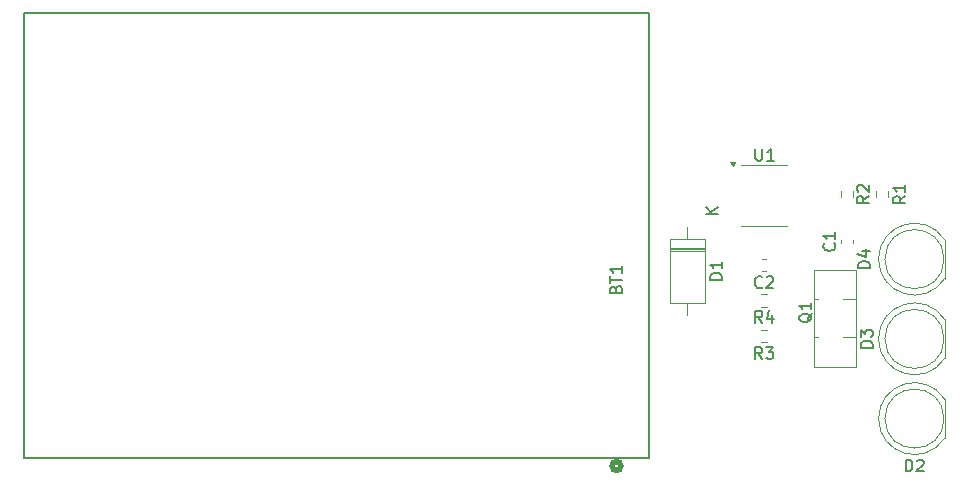
<source format=gto>
%TF.GenerationSoftware,KiCad,Pcbnew,8.0.2*%
%TF.CreationDate,2024-06-08T15:24:55-07:00*%
%TF.ProjectId,heart,68656172-742e-46b6-9963-61645f706362,rev?*%
%TF.SameCoordinates,Original*%
%TF.FileFunction,Legend,Top*%
%TF.FilePolarity,Positive*%
%FSLAX46Y46*%
G04 Gerber Fmt 4.6, Leading zero omitted, Abs format (unit mm)*
G04 Created by KiCad (PCBNEW 8.0.2) date 2024-06-08 15:24:55*
%MOMM*%
%LPD*%
G01*
G04 APERTURE LIST*
%ADD10C,0.150000*%
%ADD11C,0.120000*%
%ADD12C,0.508000*%
%ADD13C,0.152400*%
G04 APERTURE END LIST*
D10*
X163954819Y-118738094D02*
X162954819Y-118738094D01*
X162954819Y-118738094D02*
X162954819Y-118499999D01*
X162954819Y-118499999D02*
X163002438Y-118357142D01*
X163002438Y-118357142D02*
X163097676Y-118261904D01*
X163097676Y-118261904D02*
X163192914Y-118214285D01*
X163192914Y-118214285D02*
X163383390Y-118166666D01*
X163383390Y-118166666D02*
X163526247Y-118166666D01*
X163526247Y-118166666D02*
X163716723Y-118214285D01*
X163716723Y-118214285D02*
X163811961Y-118261904D01*
X163811961Y-118261904D02*
X163907200Y-118357142D01*
X163907200Y-118357142D02*
X163954819Y-118499999D01*
X163954819Y-118499999D02*
X163954819Y-118738094D01*
X163288152Y-117309523D02*
X163954819Y-117309523D01*
X162907200Y-117547618D02*
X163621485Y-117785713D01*
X163621485Y-117785713D02*
X163621485Y-117166666D01*
X164179819Y-125488094D02*
X163179819Y-125488094D01*
X163179819Y-125488094D02*
X163179819Y-125249999D01*
X163179819Y-125249999D02*
X163227438Y-125107142D01*
X163227438Y-125107142D02*
X163322676Y-125011904D01*
X163322676Y-125011904D02*
X163417914Y-124964285D01*
X163417914Y-124964285D02*
X163608390Y-124916666D01*
X163608390Y-124916666D02*
X163751247Y-124916666D01*
X163751247Y-124916666D02*
X163941723Y-124964285D01*
X163941723Y-124964285D02*
X164036961Y-125011904D01*
X164036961Y-125011904D02*
X164132200Y-125107142D01*
X164132200Y-125107142D02*
X164179819Y-125249999D01*
X164179819Y-125249999D02*
X164179819Y-125488094D01*
X163179819Y-124583332D02*
X163179819Y-123964285D01*
X163179819Y-123964285D02*
X163560771Y-124297618D01*
X163560771Y-124297618D02*
X163560771Y-124154761D01*
X163560771Y-124154761D02*
X163608390Y-124059523D01*
X163608390Y-124059523D02*
X163656009Y-124011904D01*
X163656009Y-124011904D02*
X163751247Y-123964285D01*
X163751247Y-123964285D02*
X163989342Y-123964285D01*
X163989342Y-123964285D02*
X164084580Y-124011904D01*
X164084580Y-124011904D02*
X164132200Y-124059523D01*
X164132200Y-124059523D02*
X164179819Y-124154761D01*
X164179819Y-124154761D02*
X164179819Y-124440475D01*
X164179819Y-124440475D02*
X164132200Y-124535713D01*
X164132200Y-124535713D02*
X164084580Y-124583332D01*
X166991905Y-135964819D02*
X166991905Y-134964819D01*
X166991905Y-134964819D02*
X167230000Y-134964819D01*
X167230000Y-134964819D02*
X167372857Y-135012438D01*
X167372857Y-135012438D02*
X167468095Y-135107676D01*
X167468095Y-135107676D02*
X167515714Y-135202914D01*
X167515714Y-135202914D02*
X167563333Y-135393390D01*
X167563333Y-135393390D02*
X167563333Y-135536247D01*
X167563333Y-135536247D02*
X167515714Y-135726723D01*
X167515714Y-135726723D02*
X167468095Y-135821961D01*
X167468095Y-135821961D02*
X167372857Y-135917200D01*
X167372857Y-135917200D02*
X167230000Y-135964819D01*
X167230000Y-135964819D02*
X166991905Y-135964819D01*
X167944286Y-135060057D02*
X167991905Y-135012438D01*
X167991905Y-135012438D02*
X168087143Y-134964819D01*
X168087143Y-134964819D02*
X168325238Y-134964819D01*
X168325238Y-134964819D02*
X168420476Y-135012438D01*
X168420476Y-135012438D02*
X168468095Y-135060057D01*
X168468095Y-135060057D02*
X168515714Y-135155295D01*
X168515714Y-135155295D02*
X168515714Y-135250533D01*
X168515714Y-135250533D02*
X168468095Y-135393390D01*
X168468095Y-135393390D02*
X167896667Y-135964819D01*
X167896667Y-135964819D02*
X168515714Y-135964819D01*
X154263095Y-108649819D02*
X154263095Y-109459342D01*
X154263095Y-109459342D02*
X154310714Y-109554580D01*
X154310714Y-109554580D02*
X154358333Y-109602200D01*
X154358333Y-109602200D02*
X154453571Y-109649819D01*
X154453571Y-109649819D02*
X154644047Y-109649819D01*
X154644047Y-109649819D02*
X154739285Y-109602200D01*
X154739285Y-109602200D02*
X154786904Y-109554580D01*
X154786904Y-109554580D02*
X154834523Y-109459342D01*
X154834523Y-109459342D02*
X154834523Y-108649819D01*
X155834523Y-109649819D02*
X155263095Y-109649819D01*
X155548809Y-109649819D02*
X155548809Y-108649819D01*
X155548809Y-108649819D02*
X155453571Y-108792676D01*
X155453571Y-108792676D02*
X155358333Y-108887914D01*
X155358333Y-108887914D02*
X155263095Y-108935533D01*
X154833333Y-123384819D02*
X154500000Y-122908628D01*
X154261905Y-123384819D02*
X154261905Y-122384819D01*
X154261905Y-122384819D02*
X154642857Y-122384819D01*
X154642857Y-122384819D02*
X154738095Y-122432438D01*
X154738095Y-122432438D02*
X154785714Y-122480057D01*
X154785714Y-122480057D02*
X154833333Y-122575295D01*
X154833333Y-122575295D02*
X154833333Y-122718152D01*
X154833333Y-122718152D02*
X154785714Y-122813390D01*
X154785714Y-122813390D02*
X154738095Y-122861009D01*
X154738095Y-122861009D02*
X154642857Y-122908628D01*
X154642857Y-122908628D02*
X154261905Y-122908628D01*
X155690476Y-122718152D02*
X155690476Y-123384819D01*
X155452381Y-122337200D02*
X155214286Y-123051485D01*
X155214286Y-123051485D02*
X155833333Y-123051485D01*
X154833333Y-126454819D02*
X154500000Y-125978628D01*
X154261905Y-126454819D02*
X154261905Y-125454819D01*
X154261905Y-125454819D02*
X154642857Y-125454819D01*
X154642857Y-125454819D02*
X154738095Y-125502438D01*
X154738095Y-125502438D02*
X154785714Y-125550057D01*
X154785714Y-125550057D02*
X154833333Y-125645295D01*
X154833333Y-125645295D02*
X154833333Y-125788152D01*
X154833333Y-125788152D02*
X154785714Y-125883390D01*
X154785714Y-125883390D02*
X154738095Y-125931009D01*
X154738095Y-125931009D02*
X154642857Y-125978628D01*
X154642857Y-125978628D02*
X154261905Y-125978628D01*
X155166667Y-125454819D02*
X155785714Y-125454819D01*
X155785714Y-125454819D02*
X155452381Y-125835771D01*
X155452381Y-125835771D02*
X155595238Y-125835771D01*
X155595238Y-125835771D02*
X155690476Y-125883390D01*
X155690476Y-125883390D02*
X155738095Y-125931009D01*
X155738095Y-125931009D02*
X155785714Y-126026247D01*
X155785714Y-126026247D02*
X155785714Y-126264342D01*
X155785714Y-126264342D02*
X155738095Y-126359580D01*
X155738095Y-126359580D02*
X155690476Y-126407200D01*
X155690476Y-126407200D02*
X155595238Y-126454819D01*
X155595238Y-126454819D02*
X155309524Y-126454819D01*
X155309524Y-126454819D02*
X155214286Y-126407200D01*
X155214286Y-126407200D02*
X155166667Y-126359580D01*
X163884819Y-112666666D02*
X163408628Y-112999999D01*
X163884819Y-113238094D02*
X162884819Y-113238094D01*
X162884819Y-113238094D02*
X162884819Y-112857142D01*
X162884819Y-112857142D02*
X162932438Y-112761904D01*
X162932438Y-112761904D02*
X162980057Y-112714285D01*
X162980057Y-112714285D02*
X163075295Y-112666666D01*
X163075295Y-112666666D02*
X163218152Y-112666666D01*
X163218152Y-112666666D02*
X163313390Y-112714285D01*
X163313390Y-112714285D02*
X163361009Y-112761904D01*
X163361009Y-112761904D02*
X163408628Y-112857142D01*
X163408628Y-112857142D02*
X163408628Y-113238094D01*
X162980057Y-112285713D02*
X162932438Y-112238094D01*
X162932438Y-112238094D02*
X162884819Y-112142856D01*
X162884819Y-112142856D02*
X162884819Y-111904761D01*
X162884819Y-111904761D02*
X162932438Y-111809523D01*
X162932438Y-111809523D02*
X162980057Y-111761904D01*
X162980057Y-111761904D02*
X163075295Y-111714285D01*
X163075295Y-111714285D02*
X163170533Y-111714285D01*
X163170533Y-111714285D02*
X163313390Y-111761904D01*
X163313390Y-111761904D02*
X163884819Y-112333332D01*
X163884819Y-112333332D02*
X163884819Y-111714285D01*
X166954819Y-112666666D02*
X166478628Y-112999999D01*
X166954819Y-113238094D02*
X165954819Y-113238094D01*
X165954819Y-113238094D02*
X165954819Y-112857142D01*
X165954819Y-112857142D02*
X166002438Y-112761904D01*
X166002438Y-112761904D02*
X166050057Y-112714285D01*
X166050057Y-112714285D02*
X166145295Y-112666666D01*
X166145295Y-112666666D02*
X166288152Y-112666666D01*
X166288152Y-112666666D02*
X166383390Y-112714285D01*
X166383390Y-112714285D02*
X166431009Y-112761904D01*
X166431009Y-112761904D02*
X166478628Y-112857142D01*
X166478628Y-112857142D02*
X166478628Y-113238094D01*
X166954819Y-111714285D02*
X166954819Y-112285713D01*
X166954819Y-111999999D02*
X165954819Y-111999999D01*
X165954819Y-111999999D02*
X166097676Y-112095237D01*
X166097676Y-112095237D02*
X166192914Y-112190475D01*
X166192914Y-112190475D02*
X166240533Y-112285713D01*
X159050057Y-122595238D02*
X159002438Y-122690476D01*
X159002438Y-122690476D02*
X158907200Y-122785714D01*
X158907200Y-122785714D02*
X158764342Y-122928571D01*
X158764342Y-122928571D02*
X158716723Y-123023809D01*
X158716723Y-123023809D02*
X158716723Y-123119047D01*
X158954819Y-123071428D02*
X158907200Y-123166666D01*
X158907200Y-123166666D02*
X158811961Y-123261904D01*
X158811961Y-123261904D02*
X158621485Y-123309523D01*
X158621485Y-123309523D02*
X158288152Y-123309523D01*
X158288152Y-123309523D02*
X158097676Y-123261904D01*
X158097676Y-123261904D02*
X158002438Y-123166666D01*
X158002438Y-123166666D02*
X157954819Y-123071428D01*
X157954819Y-123071428D02*
X157954819Y-122880952D01*
X157954819Y-122880952D02*
X158002438Y-122785714D01*
X158002438Y-122785714D02*
X158097676Y-122690476D01*
X158097676Y-122690476D02*
X158288152Y-122642857D01*
X158288152Y-122642857D02*
X158621485Y-122642857D01*
X158621485Y-122642857D02*
X158811961Y-122690476D01*
X158811961Y-122690476D02*
X158907200Y-122785714D01*
X158907200Y-122785714D02*
X158954819Y-122880952D01*
X158954819Y-122880952D02*
X158954819Y-123071428D01*
X158954819Y-121690476D02*
X158954819Y-122261904D01*
X158954819Y-121976190D02*
X157954819Y-121976190D01*
X157954819Y-121976190D02*
X158097676Y-122071428D01*
X158097676Y-122071428D02*
X158192914Y-122166666D01*
X158192914Y-122166666D02*
X158240533Y-122261904D01*
X151424819Y-119738094D02*
X150424819Y-119738094D01*
X150424819Y-119738094D02*
X150424819Y-119499999D01*
X150424819Y-119499999D02*
X150472438Y-119357142D01*
X150472438Y-119357142D02*
X150567676Y-119261904D01*
X150567676Y-119261904D02*
X150662914Y-119214285D01*
X150662914Y-119214285D02*
X150853390Y-119166666D01*
X150853390Y-119166666D02*
X150996247Y-119166666D01*
X150996247Y-119166666D02*
X151186723Y-119214285D01*
X151186723Y-119214285D02*
X151281961Y-119261904D01*
X151281961Y-119261904D02*
X151377200Y-119357142D01*
X151377200Y-119357142D02*
X151424819Y-119499999D01*
X151424819Y-119499999D02*
X151424819Y-119738094D01*
X151424819Y-118214285D02*
X151424819Y-118785713D01*
X151424819Y-118499999D02*
X150424819Y-118499999D01*
X150424819Y-118499999D02*
X150567676Y-118595237D01*
X150567676Y-118595237D02*
X150662914Y-118690475D01*
X150662914Y-118690475D02*
X150710533Y-118785713D01*
X151054819Y-114181904D02*
X150054819Y-114181904D01*
X151054819Y-113610476D02*
X150483390Y-114039047D01*
X150054819Y-113610476D02*
X150626247Y-114181904D01*
X154833333Y-120359580D02*
X154785714Y-120407200D01*
X154785714Y-120407200D02*
X154642857Y-120454819D01*
X154642857Y-120454819D02*
X154547619Y-120454819D01*
X154547619Y-120454819D02*
X154404762Y-120407200D01*
X154404762Y-120407200D02*
X154309524Y-120311961D01*
X154309524Y-120311961D02*
X154261905Y-120216723D01*
X154261905Y-120216723D02*
X154214286Y-120026247D01*
X154214286Y-120026247D02*
X154214286Y-119883390D01*
X154214286Y-119883390D02*
X154261905Y-119692914D01*
X154261905Y-119692914D02*
X154309524Y-119597676D01*
X154309524Y-119597676D02*
X154404762Y-119502438D01*
X154404762Y-119502438D02*
X154547619Y-119454819D01*
X154547619Y-119454819D02*
X154642857Y-119454819D01*
X154642857Y-119454819D02*
X154785714Y-119502438D01*
X154785714Y-119502438D02*
X154833333Y-119550057D01*
X155214286Y-119550057D02*
X155261905Y-119502438D01*
X155261905Y-119502438D02*
X155357143Y-119454819D01*
X155357143Y-119454819D02*
X155595238Y-119454819D01*
X155595238Y-119454819D02*
X155690476Y-119502438D01*
X155690476Y-119502438D02*
X155738095Y-119550057D01*
X155738095Y-119550057D02*
X155785714Y-119645295D01*
X155785714Y-119645295D02*
X155785714Y-119740533D01*
X155785714Y-119740533D02*
X155738095Y-119883390D01*
X155738095Y-119883390D02*
X155166667Y-120454819D01*
X155166667Y-120454819D02*
X155785714Y-120454819D01*
X160929580Y-116666666D02*
X160977200Y-116714285D01*
X160977200Y-116714285D02*
X161024819Y-116857142D01*
X161024819Y-116857142D02*
X161024819Y-116952380D01*
X161024819Y-116952380D02*
X160977200Y-117095237D01*
X160977200Y-117095237D02*
X160881961Y-117190475D01*
X160881961Y-117190475D02*
X160786723Y-117238094D01*
X160786723Y-117238094D02*
X160596247Y-117285713D01*
X160596247Y-117285713D02*
X160453390Y-117285713D01*
X160453390Y-117285713D02*
X160262914Y-117238094D01*
X160262914Y-117238094D02*
X160167676Y-117190475D01*
X160167676Y-117190475D02*
X160072438Y-117095237D01*
X160072438Y-117095237D02*
X160024819Y-116952380D01*
X160024819Y-116952380D02*
X160024819Y-116857142D01*
X160024819Y-116857142D02*
X160072438Y-116714285D01*
X160072438Y-116714285D02*
X160120057Y-116666666D01*
X161024819Y-115714285D02*
X161024819Y-116285713D01*
X161024819Y-115999999D02*
X160024819Y-115999999D01*
X160024819Y-115999999D02*
X160167676Y-116095237D01*
X160167676Y-116095237D02*
X160262914Y-116190475D01*
X160262914Y-116190475D02*
X160310533Y-116285713D01*
X142431009Y-120535714D02*
X142478628Y-120392857D01*
X142478628Y-120392857D02*
X142526247Y-120345238D01*
X142526247Y-120345238D02*
X142621485Y-120297619D01*
X142621485Y-120297619D02*
X142764342Y-120297619D01*
X142764342Y-120297619D02*
X142859580Y-120345238D01*
X142859580Y-120345238D02*
X142907200Y-120392857D01*
X142907200Y-120392857D02*
X142954819Y-120488095D01*
X142954819Y-120488095D02*
X142954819Y-120869047D01*
X142954819Y-120869047D02*
X141954819Y-120869047D01*
X141954819Y-120869047D02*
X141954819Y-120535714D01*
X141954819Y-120535714D02*
X142002438Y-120440476D01*
X142002438Y-120440476D02*
X142050057Y-120392857D01*
X142050057Y-120392857D02*
X142145295Y-120345238D01*
X142145295Y-120345238D02*
X142240533Y-120345238D01*
X142240533Y-120345238D02*
X142335771Y-120392857D01*
X142335771Y-120392857D02*
X142383390Y-120440476D01*
X142383390Y-120440476D02*
X142431009Y-120535714D01*
X142431009Y-120535714D02*
X142431009Y-120869047D01*
X141954819Y-120011904D02*
X141954819Y-119440476D01*
X142954819Y-119726190D02*
X141954819Y-119726190D01*
X142954819Y-118583333D02*
X142954819Y-119154761D01*
X142954819Y-118869047D02*
X141954819Y-118869047D01*
X141954819Y-118869047D02*
X142097676Y-118964285D01*
X142097676Y-118964285D02*
X142192914Y-119059523D01*
X142192914Y-119059523D02*
X142240533Y-119154761D01*
D11*
%TO.C,D4*%
X170290000Y-119640000D02*
X170290000Y-116360000D01*
X170290000Y-119639512D02*
G75*
G02*
X164690001Y-117998042I-2560000J1639512D01*
G01*
X164690001Y-118001958D02*
G75*
G02*
X170290000Y-116360488I3039999J1958D01*
G01*
X170230000Y-118000000D02*
G75*
G02*
X165230000Y-118000000I-2500000J0D01*
G01*
X165230000Y-118000000D02*
G75*
G02*
X170230000Y-118000000I2500000J0D01*
G01*
%TO.C,D3*%
X170290000Y-126390000D02*
X170290000Y-123110000D01*
X170290000Y-126389512D02*
G75*
G02*
X164690001Y-124748042I-2560000J1639512D01*
G01*
X164690001Y-124751958D02*
G75*
G02*
X170290000Y-123110488I3039999J1958D01*
G01*
X170230000Y-124750000D02*
G75*
G02*
X165230000Y-124750000I-2500000J0D01*
G01*
X165230000Y-124750000D02*
G75*
G02*
X170230000Y-124750000I2500000J0D01*
G01*
%TO.C,D2*%
X170290000Y-133140000D02*
X170290000Y-129860000D01*
X170290000Y-133139512D02*
G75*
G02*
X164690001Y-131498042I-2560000J1639512D01*
G01*
X164690001Y-131501958D02*
G75*
G02*
X170290000Y-129860488I3039999J1958D01*
G01*
X170230000Y-131500000D02*
G75*
G02*
X165230000Y-131500000I-2500000J0D01*
G01*
X165230000Y-131500000D02*
G75*
G02*
X170230000Y-131500000I2500000J0D01*
G01*
%TO.C,U1*%
X152325000Y-110130000D02*
X152085000Y-109800000D01*
X152565000Y-109800000D01*
X152325000Y-110130000D01*
G36*
X152325000Y-110130000D02*
G01*
X152085000Y-109800000D01*
X152565000Y-109800000D01*
X152325000Y-110130000D01*
G37*
X155025000Y-115155000D02*
X156975000Y-115155000D01*
X155025000Y-115155000D02*
X153075000Y-115155000D01*
X155025000Y-110035000D02*
X156975000Y-110035000D01*
X155025000Y-110035000D02*
X153075000Y-110035000D01*
%TO.C,R4*%
X155254724Y-122022500D02*
X154745276Y-122022500D01*
X155254724Y-120977500D02*
X154745276Y-120977500D01*
%TO.C,R3*%
X154745276Y-123977500D02*
X155254724Y-123977500D01*
X154745276Y-125022500D02*
X155254724Y-125022500D01*
%TO.C,R2*%
X162522500Y-112245276D02*
X162522500Y-112754724D01*
X161477500Y-112245276D02*
X161477500Y-112754724D01*
%TO.C,R1*%
X164477500Y-112754724D02*
X164477500Y-112245276D01*
X165522500Y-112754724D02*
X165522500Y-112245276D01*
%TO.C,Q1*%
X159575000Y-124605000D02*
X159255000Y-124605000D01*
X162745000Y-124605000D02*
X161675000Y-124605000D01*
X159575000Y-121405000D02*
X159255000Y-121405000D01*
X162745000Y-121405000D02*
X161675000Y-121405000D01*
X162745000Y-127125000D02*
X159255000Y-127125000D01*
X162745000Y-118884000D02*
X159255000Y-118884000D01*
X159255000Y-118884000D02*
X159255000Y-127125000D01*
X162745000Y-118884000D02*
X162745000Y-127125000D01*
%TO.C,D1*%
X148500000Y-115260000D02*
X148500000Y-116280000D01*
X149970000Y-116280000D02*
X147030000Y-116280000D01*
X147030000Y-116280000D02*
X147030000Y-121720000D01*
X149970000Y-117060000D02*
X147030000Y-117060000D01*
X149970000Y-117180000D02*
X147030000Y-117180000D01*
X149970000Y-117300000D02*
X147030000Y-117300000D01*
X149970000Y-121720000D02*
X149970000Y-116280000D01*
X147030000Y-121720000D02*
X149970000Y-121720000D01*
X148500000Y-122740000D02*
X148500000Y-121720000D01*
%TO.C,C2*%
X154853733Y-119010000D02*
X155146267Y-119010000D01*
X154853733Y-117990000D02*
X155146267Y-117990000D01*
%TO.C,C1*%
X161490000Y-116646267D02*
X161490000Y-116353733D01*
X162510000Y-116646267D02*
X162510000Y-116353733D01*
D12*
%TO.C,BT1*%
X142881000Y-135509700D02*
G75*
G02*
X142119000Y-135509700I-381000J0D01*
G01*
X142119000Y-135509700D02*
G75*
G02*
X142881000Y-135509700I381000J0D01*
G01*
D13*
X145217800Y-97130300D02*
X92335000Y-97130300D01*
X92335000Y-97130300D02*
X92335000Y-134874700D01*
X145217800Y-134874700D02*
X145217800Y-97130300D01*
X92335000Y-134874700D02*
X145217800Y-134874700D01*
%TD*%
M02*

</source>
